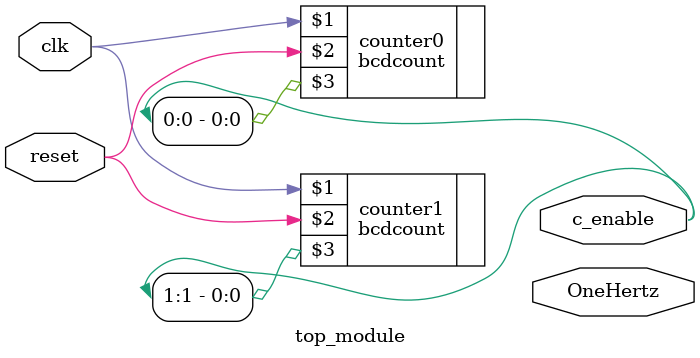
<source format=v>
module top_module (
    input clk,
    input reset,
    output OneHertz,
    output [2:0] c_enable
); //

    bcdcount counter0 (clk, reset, c_enable[0]/*, ... */);
    bcdcount counter1 (clk, reset, c_enable[1]/*, ... */);

endmodule

</source>
